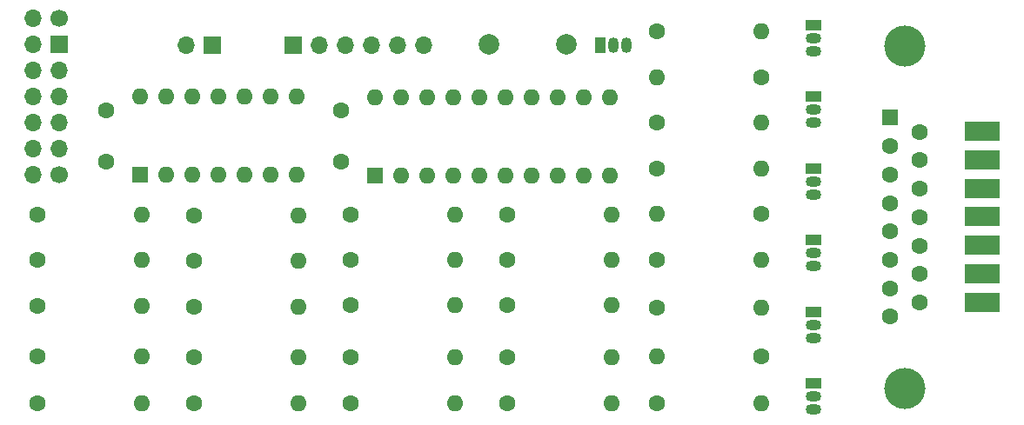
<source format=gbr>
%TF.GenerationSoftware,KiCad,Pcbnew,7.0.8*%
%TF.CreationDate,2026-01-30T11:51:25+01:00*%
%TF.ProjectId,colorswitch,636f6c6f-7273-4776-9974-63682e6b6963,rev?*%
%TF.SameCoordinates,Original*%
%TF.FileFunction,Soldermask,Bot*%
%TF.FilePolarity,Negative*%
%FSLAX46Y46*%
G04 Gerber Fmt 4.6, Leading zero omitted, Abs format (unit mm)*
G04 Created by KiCad (PCBNEW 7.0.8) date 2026-01-30 11:51:25*
%MOMM*%
%LPD*%
G01*
G04 APERTURE LIST*
%ADD10R,1.500000X1.050000*%
%ADD11O,1.500000X1.050000*%
%ADD12O,1.600000X1.600000*%
%ADD13C,1.600000*%
%ADD14R,1.700000X1.700000*%
%ADD15O,1.700000X1.700000*%
%ADD16C,1.700000*%
%ADD17R,1.600000X1.600000*%
%ADD18C,2.000000*%
%ADD19R,1.050000X1.500000*%
%ADD20O,1.050000X1.500000*%
%ADD21C,4.000000*%
%ADD22R,3.480000X1.846667*%
G04 APERTURE END LIST*
D10*
%TO.C,Q2*%
X175248159Y-78085000D03*
D11*
X175248159Y-79355000D03*
X175248159Y-80625000D03*
%TD*%
D12*
%TO.C,R30*%
X155575000Y-114935000D03*
D13*
X145415000Y-114935000D03*
%TD*%
%TO.C,R23*%
X130175000Y-105410000D03*
D12*
X140335000Y-105410000D03*
%TD*%
D14*
%TO.C,J2*%
X124587000Y-80030000D03*
D15*
X127127000Y-80030000D03*
X129667000Y-80030000D03*
X132207000Y-80030000D03*
X134747000Y-80030000D03*
X137287000Y-80030000D03*
%TD*%
D14*
%TO.C,J3*%
X116705000Y-80030000D03*
D15*
X114165000Y-80030000D03*
%TD*%
D13*
%TO.C,R5*%
X160020000Y-114935000D03*
D12*
X170180000Y-114935000D03*
%TD*%
D16*
%TO.C,J3*%
X101859000Y-92710000D03*
D15*
X99319000Y-92710000D03*
%TD*%
D12*
%TO.C,R13*%
X125095000Y-105537000D03*
D13*
X114935000Y-105537000D03*
%TD*%
%TO.C,R15*%
X114935000Y-114935000D03*
D12*
X125095000Y-114935000D03*
%TD*%
D14*
%TO.C,J1*%
X101854000Y-80010000D03*
D15*
X99314000Y-80010000D03*
X101854000Y-82550000D03*
X99314000Y-82550000D03*
X101854000Y-85090000D03*
X99314000Y-85090000D03*
X101854000Y-87630000D03*
X99314000Y-87630000D03*
X101854000Y-90170000D03*
X99314000Y-90170000D03*
%TD*%
D17*
%TO.C,U2*%
X109728000Y-92710000D03*
D12*
X112268000Y-92710000D03*
X114808000Y-92710000D03*
X117348000Y-92710000D03*
X119888000Y-92710000D03*
X122428000Y-92710000D03*
X124968000Y-92710000D03*
X124968000Y-85090000D03*
X122428000Y-85090000D03*
X119888000Y-85090000D03*
X117348000Y-85090000D03*
X114808000Y-85090000D03*
X112268000Y-85090000D03*
X109728000Y-85090000D03*
%TD*%
D18*
%TO.C,C3*%
X143683159Y-80010000D03*
X151183159Y-80010000D03*
%TD*%
D13*
%TO.C,R11*%
X114935000Y-96647000D03*
D12*
X125095000Y-96647000D03*
%TD*%
D13*
%TO.C,R17*%
X99695000Y-100985000D03*
D12*
X109855000Y-100985000D03*
%TD*%
D19*
%TO.C,Q8*%
X154478159Y-80030000D03*
D20*
X155748159Y-80030000D03*
X157018159Y-80030000D03*
%TD*%
D13*
%TO.C,R26*%
X145415000Y-96540000D03*
D12*
X155575000Y-96540000D03*
%TD*%
%TO.C,R27*%
X155575000Y-100985000D03*
D13*
X145415000Y-100985000D03*
%TD*%
D10*
%TO.C,Q3*%
X175248159Y-99040000D03*
D11*
X175248159Y-100310000D03*
X175248159Y-101580000D03*
%TD*%
D13*
%TO.C,R19*%
X99695000Y-110383000D03*
D12*
X109855000Y-110383000D03*
%TD*%
D13*
%TO.C,R29*%
X145415000Y-110490000D03*
D12*
X155575000Y-110490000D03*
%TD*%
D13*
%TO.C,R4*%
X160020000Y-92075000D03*
D12*
X170180000Y-92075000D03*
%TD*%
D13*
%TO.C,R14*%
X114935000Y-110490000D03*
D12*
X125095000Y-110490000D03*
%TD*%
D13*
%TO.C,R18*%
X99695000Y-105430000D03*
D12*
X109855000Y-105430000D03*
%TD*%
D10*
%TO.C,Q6*%
X175248159Y-106025000D03*
D11*
X175248159Y-107295000D03*
X175248159Y-108565000D03*
%TD*%
D13*
%TO.C,R16*%
X99695000Y-96540000D03*
D12*
X109855000Y-96540000D03*
%TD*%
D13*
%TO.C,R8*%
X170180000Y-83185000D03*
D12*
X160020000Y-83185000D03*
%TD*%
D13*
%TO.C,R10*%
X170180000Y-110363000D03*
D12*
X160020000Y-110363000D03*
%TD*%
D13*
%TO.C,R3*%
X160020000Y-100965000D03*
D12*
X170180000Y-100965000D03*
%TD*%
D13*
%TO.C,R25*%
X130175000Y-114955000D03*
D12*
X140335000Y-114955000D03*
%TD*%
D13*
%TO.C,R6*%
X160020000Y-105664000D03*
D12*
X170180000Y-105664000D03*
%TD*%
D13*
%TO.C,C1*%
X129286000Y-86400000D03*
X129286000Y-91400000D03*
%TD*%
D10*
%TO.C,Q5*%
X175248159Y-113010000D03*
D11*
X175248159Y-114280000D03*
X175248159Y-115550000D03*
%TD*%
D10*
%TO.C,Q1*%
X175248159Y-85070000D03*
D11*
X175248159Y-86340000D03*
X175248159Y-87610000D03*
%TD*%
D13*
%TO.C,R2*%
X160020000Y-78740000D03*
D12*
X170180000Y-78740000D03*
%TD*%
D13*
%TO.C,R9*%
X170180000Y-96520000D03*
D12*
X160020000Y-96520000D03*
%TD*%
D10*
%TO.C,Q4*%
X175248159Y-92055000D03*
D11*
X175248159Y-93325000D03*
X175248159Y-94595000D03*
%TD*%
D13*
%TO.C,R22*%
X130175000Y-100985000D03*
D12*
X140335000Y-100985000D03*
%TD*%
D13*
%TO.C,R28*%
X145415000Y-105410000D03*
D12*
X155575000Y-105410000D03*
%TD*%
D13*
%TO.C,R20*%
X99695000Y-114935000D03*
D12*
X109855000Y-114935000D03*
%TD*%
D13*
%TO.C,C2*%
X106426000Y-91400000D03*
X106426000Y-86400000D03*
%TD*%
%TO.C,R21*%
X130175000Y-96540000D03*
D12*
X140335000Y-96540000D03*
%TD*%
D16*
%TO.C,J3*%
X101835000Y-77470000D03*
D15*
X99295000Y-77470000D03*
%TD*%
D21*
%TO.C,J4*%
X184138159Y-113470000D03*
X184138159Y-80170000D03*
D17*
X182718159Y-87125000D03*
D13*
X182718159Y-89895000D03*
X182718159Y-92665000D03*
X182718159Y-95435000D03*
X182718159Y-98205000D03*
X182718159Y-100975000D03*
X182718159Y-103745000D03*
X182718159Y-106515000D03*
X185558159Y-88510000D03*
X185558159Y-91280000D03*
X185558159Y-94050000D03*
X185558159Y-96820000D03*
X185558159Y-99590000D03*
X185558159Y-102360000D03*
X185558159Y-105130000D03*
%TD*%
D17*
%TO.C,U1*%
X132593000Y-92730000D03*
D12*
X135133000Y-92730000D03*
X137673000Y-92730000D03*
X140213000Y-92730000D03*
X142753000Y-92730000D03*
X145293000Y-92730000D03*
X147833000Y-92730000D03*
X150373000Y-92730000D03*
X152913000Y-92730000D03*
X155453000Y-92730000D03*
X155453000Y-85110000D03*
X152913000Y-85110000D03*
X150373000Y-85110000D03*
X147833000Y-85110000D03*
X145293000Y-85110000D03*
X142753000Y-85110000D03*
X140213000Y-85110000D03*
X137673000Y-85110000D03*
X135133000Y-85110000D03*
X132593000Y-85110000D03*
%TD*%
D13*
%TO.C,R1*%
X160020000Y-87630000D03*
D12*
X170180000Y-87630000D03*
%TD*%
D13*
%TO.C,R24*%
X130175000Y-110490000D03*
D12*
X140335000Y-110490000D03*
%TD*%
D22*
%TO.C,J5*%
X191665500Y-105084000D03*
X191665500Y-102314000D03*
X191665500Y-99544000D03*
X191665500Y-96774000D03*
X191665500Y-94004000D03*
X191665500Y-91234000D03*
X191665500Y-88464000D03*
%TD*%
D13*
%TO.C,R12*%
X114935000Y-101092000D03*
D12*
X125095000Y-101092000D03*
%TD*%
M02*

</source>
